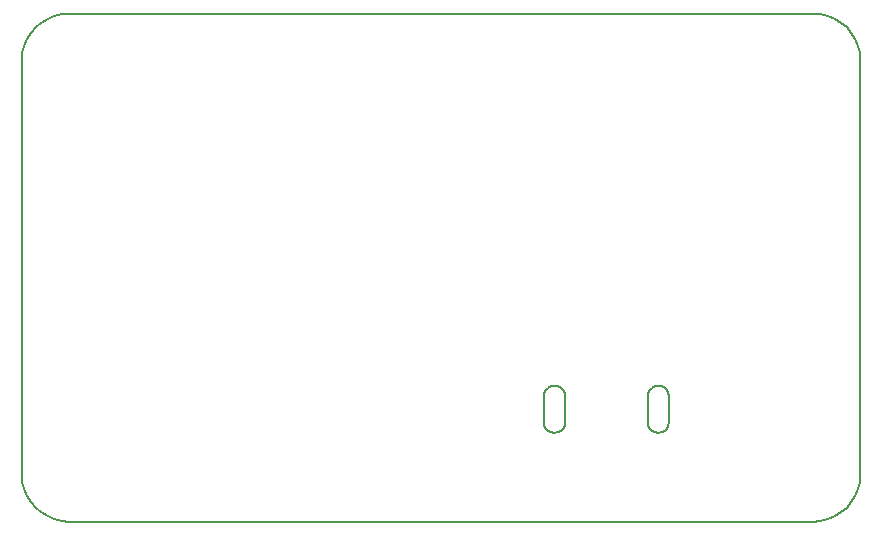
<source format=gbr>
%FSTAX24Y24*%
%MOIN*%
%IN AUX6.GBR *%
%ADD10C,0.0050*%
D10*X013976D02*G01X001575D01*X001328Y000019D01*X001088Y000077D01*
X00086Y000172D01*X000649Y000301D01*X000461Y000461D01*X000301Y000649D01*
X000172Y00086D01*X000077Y001088D01*X000019Y001328D01*X0Y001575D01*
Y015354D01*X000019Y015601D01*X000077Y015841D01*X000172Y016069D01*
X000301Y01628D01*X000461Y016468D01*X000649Y016628D01*X00086Y016757D01*
X001088Y016852D01*X001328Y01691D01*X001575Y016929D01*X026378D01*
X026624Y01691D01*X026865Y016852D01*X027093Y016757D01*X027304Y016628D01*
X027492Y016468D01*X027652Y01628D01*X027781Y016069D01*X027876Y015841D01*
X027933Y015601D01*X027953Y015354D01*Y001575D01*X027933Y001328D01*
X027876Y001088D01*X027781Y00086D01*X027652Y000649D01*X027492Y000461D01*
X027304Y000301D01*X027093Y000172D01*X026865Y000077D01*
X026624Y000019D01*X026378Y0D01*X013976D01*X020866Y00374D02*Y004173D01*
X020883Y004283D01*X020934Y004382D01*X021012Y00446D01*X021111Y00451D01*
X02122Y004528D01*X02133Y00451D01*X021429Y00446D01*X021507Y004382D01*
X021557Y004283D01*X021575Y004173D01*Y003307D01*X021557Y003198D01*
X021507Y003099D01*X021429Y00302D01*X02133Y00297D01*X02122Y002953D01*
X021111Y00297D01*X021012Y00302D01*X020934Y003099D01*X020883Y003198D01*
X020866Y003307D01*Y00374D01*X017402D02*Y004173D01*X017419Y004283D01*
X017469Y004382D01*X017548Y00446D01*X017646Y00451D01*X017756Y004528D01*
X017865Y00451D01*X017964Y00446D01*X018043Y004382D01*X018093Y004283D01*
X01811Y004173D01*Y003307D01*X018093Y003198D01*X018043Y003099D01*
X017964Y00302D01*X017865Y00297D01*X017756Y002953D01*X017646Y00297D01*
X017548Y00302D01*X017469Y003099D01*X017419Y003198D01*X017402Y003307D01*
Y00374D01*
M02*
</source>
